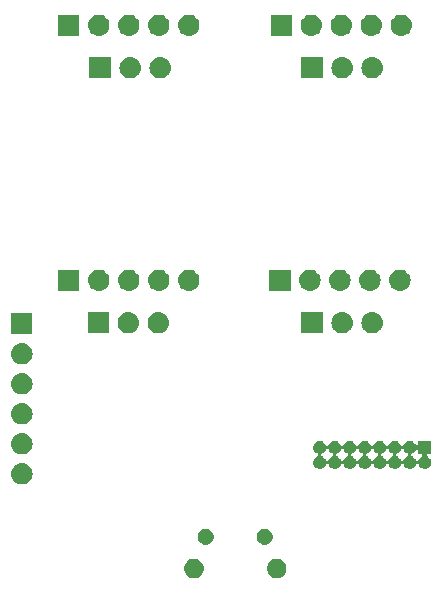
<source format=gbr>
G04 #@! TF.GenerationSoftware,KiCad,Pcbnew,(5.1.2)-1*
G04 #@! TF.CreationDate,2020-05-27T18:22:03+09:00*
G04 #@! TF.ProjectId,i2s,6932732e-6b69-4636-9164-5f7063625858,v1.1*
G04 #@! TF.SameCoordinates,Original*
G04 #@! TF.FileFunction,Soldermask,Bot*
G04 #@! TF.FilePolarity,Negative*
%FSLAX46Y46*%
G04 Gerber Fmt 4.6, Leading zero omitted, Abs format (unit mm)*
G04 Created by KiCad (PCBNEW (5.1.2)-1) date 2020-05-27 18:22:03*
%MOMM*%
%LPD*%
G04 APERTURE LIST*
%ADD10C,0.100000*%
G04 APERTURE END LIST*
D10*
G36*
X123701248Y-147879976D02*
G01*
X123761924Y-147885952D01*
X123917626Y-147933184D01*
X123917628Y-147933185D01*
X124061121Y-148009883D01*
X124186896Y-148113104D01*
X124290117Y-148238879D01*
X124366815Y-148382372D01*
X124366816Y-148382374D01*
X124414048Y-148538076D01*
X124429996Y-148700000D01*
X124414048Y-148861924D01*
X124366816Y-149017626D01*
X124366815Y-149017628D01*
X124290117Y-149161121D01*
X124186896Y-149286896D01*
X124061121Y-149390117D01*
X123917628Y-149466815D01*
X123917626Y-149466816D01*
X123761924Y-149514048D01*
X123701248Y-149520024D01*
X123640574Y-149526000D01*
X123559426Y-149526000D01*
X123498752Y-149520024D01*
X123438076Y-149514048D01*
X123282374Y-149466816D01*
X123282372Y-149466815D01*
X123138879Y-149390117D01*
X123013104Y-149286896D01*
X122909883Y-149161121D01*
X122833185Y-149017628D01*
X122833184Y-149017626D01*
X122785952Y-148861924D01*
X122770004Y-148700000D01*
X122785952Y-148538076D01*
X122833184Y-148382374D01*
X122833185Y-148382372D01*
X122909883Y-148238879D01*
X123013104Y-148113104D01*
X123138879Y-148009883D01*
X123282372Y-147933185D01*
X123282374Y-147933184D01*
X123438076Y-147885952D01*
X123498752Y-147879976D01*
X123559426Y-147874000D01*
X123640574Y-147874000D01*
X123701248Y-147879976D01*
X123701248Y-147879976D01*
G37*
G36*
X116701248Y-147879976D02*
G01*
X116761924Y-147885952D01*
X116917626Y-147933184D01*
X116917628Y-147933185D01*
X117061121Y-148009883D01*
X117186896Y-148113104D01*
X117290117Y-148238879D01*
X117366815Y-148382372D01*
X117366816Y-148382374D01*
X117414048Y-148538076D01*
X117429996Y-148700000D01*
X117414048Y-148861924D01*
X117366816Y-149017626D01*
X117366815Y-149017628D01*
X117290117Y-149161121D01*
X117186896Y-149286896D01*
X117061121Y-149390117D01*
X116917628Y-149466815D01*
X116917626Y-149466816D01*
X116761924Y-149514048D01*
X116701248Y-149520024D01*
X116640574Y-149526000D01*
X116559426Y-149526000D01*
X116498752Y-149520024D01*
X116438076Y-149514048D01*
X116282374Y-149466816D01*
X116282372Y-149466815D01*
X116138879Y-149390117D01*
X116013104Y-149286896D01*
X115909883Y-149161121D01*
X115833185Y-149017628D01*
X115833184Y-149017626D01*
X115785952Y-148861924D01*
X115770004Y-148700000D01*
X115785952Y-148538076D01*
X115833184Y-148382374D01*
X115833185Y-148382372D01*
X115909883Y-148238879D01*
X116013104Y-148113104D01*
X116138879Y-148009883D01*
X116282372Y-147933185D01*
X116282374Y-147933184D01*
X116438076Y-147885952D01*
X116498752Y-147879976D01*
X116559426Y-147874000D01*
X116640574Y-147874000D01*
X116701248Y-147879976D01*
X116701248Y-147879976D01*
G37*
G36*
X117732517Y-145333781D02*
G01*
X117859946Y-145372436D01*
X117977383Y-145435208D01*
X118080317Y-145519683D01*
X118164792Y-145622617D01*
X118227564Y-145740054D01*
X118266219Y-145867483D01*
X118279270Y-146000000D01*
X118266219Y-146132517D01*
X118227564Y-146259946D01*
X118164792Y-146377383D01*
X118080317Y-146480317D01*
X117977383Y-146564792D01*
X117859946Y-146627564D01*
X117732517Y-146666219D01*
X117633205Y-146676000D01*
X117566795Y-146676000D01*
X117467483Y-146666219D01*
X117340054Y-146627564D01*
X117222617Y-146564792D01*
X117119683Y-146480317D01*
X117035208Y-146377383D01*
X116972436Y-146259946D01*
X116933781Y-146132517D01*
X116920730Y-146000000D01*
X116933781Y-145867483D01*
X116972436Y-145740054D01*
X117035208Y-145622617D01*
X117119683Y-145519683D01*
X117222617Y-145435208D01*
X117340054Y-145372436D01*
X117467483Y-145333781D01*
X117566795Y-145324000D01*
X117633205Y-145324000D01*
X117732517Y-145333781D01*
X117732517Y-145333781D01*
G37*
G36*
X122732517Y-145333781D02*
G01*
X122859946Y-145372436D01*
X122977383Y-145435208D01*
X123080317Y-145519683D01*
X123164792Y-145622617D01*
X123227564Y-145740054D01*
X123266219Y-145867483D01*
X123279270Y-146000000D01*
X123266219Y-146132517D01*
X123227564Y-146259946D01*
X123164792Y-146377383D01*
X123080317Y-146480317D01*
X122977383Y-146564792D01*
X122859946Y-146627564D01*
X122732517Y-146666219D01*
X122633205Y-146676000D01*
X122566795Y-146676000D01*
X122467483Y-146666219D01*
X122340054Y-146627564D01*
X122222617Y-146564792D01*
X122119683Y-146480317D01*
X122035208Y-146377383D01*
X121972436Y-146259946D01*
X121933781Y-146132517D01*
X121920730Y-146000000D01*
X121933781Y-145867483D01*
X121972436Y-145740054D01*
X122035208Y-145622617D01*
X122119683Y-145519683D01*
X122222617Y-145435208D01*
X122340054Y-145372436D01*
X122467483Y-145333781D01*
X122566795Y-145324000D01*
X122633205Y-145324000D01*
X122732517Y-145333781D01*
X122732517Y-145333781D01*
G37*
G36*
X102140443Y-139775519D02*
G01*
X102206627Y-139782037D01*
X102376466Y-139833557D01*
X102532991Y-139917222D01*
X102568729Y-139946552D01*
X102670186Y-140029814D01*
X102720810Y-140091501D01*
X102782778Y-140167009D01*
X102866443Y-140323534D01*
X102917963Y-140493373D01*
X102935359Y-140670000D01*
X102917963Y-140846627D01*
X102866443Y-141016466D01*
X102782778Y-141172991D01*
X102753448Y-141208729D01*
X102670186Y-141310186D01*
X102568729Y-141393448D01*
X102532991Y-141422778D01*
X102376466Y-141506443D01*
X102206627Y-141557963D01*
X102140443Y-141564481D01*
X102074260Y-141571000D01*
X101985740Y-141571000D01*
X101919557Y-141564481D01*
X101853373Y-141557963D01*
X101683534Y-141506443D01*
X101527009Y-141422778D01*
X101491271Y-141393448D01*
X101389814Y-141310186D01*
X101306552Y-141208729D01*
X101277222Y-141172991D01*
X101193557Y-141016466D01*
X101142037Y-140846627D01*
X101124641Y-140670000D01*
X101142037Y-140493373D01*
X101193557Y-140323534D01*
X101277222Y-140167009D01*
X101339190Y-140091501D01*
X101389814Y-140029814D01*
X101491271Y-139946552D01*
X101527009Y-139917222D01*
X101683534Y-139833557D01*
X101853373Y-139782037D01*
X101919557Y-139775519D01*
X101985740Y-139769000D01*
X102074260Y-139769000D01*
X102140443Y-139775519D01*
X102140443Y-139775519D01*
G37*
G36*
X127368015Y-137886973D02*
G01*
X127471879Y-137918479D01*
X127499055Y-137933005D01*
X127567600Y-137969643D01*
X127651501Y-138038499D01*
X127720357Y-138122400D01*
X127731662Y-138143551D01*
X127771521Y-138218121D01*
X127775388Y-138230869D01*
X127784760Y-138253496D01*
X127798374Y-138273870D01*
X127815701Y-138291197D01*
X127836075Y-138304811D01*
X127858714Y-138314188D01*
X127882747Y-138318969D01*
X127907251Y-138318969D01*
X127931285Y-138314189D01*
X127953924Y-138304812D01*
X127974298Y-138291198D01*
X127991625Y-138273871D01*
X128005239Y-138253497D01*
X128014612Y-138230869D01*
X128018479Y-138218121D01*
X128058338Y-138143551D01*
X128069643Y-138122400D01*
X128138499Y-138038499D01*
X128222400Y-137969643D01*
X128290945Y-137933005D01*
X128318121Y-137918479D01*
X128421985Y-137886973D01*
X128502933Y-137879000D01*
X128557067Y-137879000D01*
X128638015Y-137886973D01*
X128741879Y-137918479D01*
X128769055Y-137933005D01*
X128837600Y-137969643D01*
X128921501Y-138038499D01*
X128990357Y-138122400D01*
X129001662Y-138143551D01*
X129041521Y-138218121D01*
X129045388Y-138230869D01*
X129054760Y-138253496D01*
X129068374Y-138273870D01*
X129085701Y-138291197D01*
X129106075Y-138304811D01*
X129128714Y-138314188D01*
X129152747Y-138318969D01*
X129177251Y-138318969D01*
X129201285Y-138314189D01*
X129223924Y-138304812D01*
X129244298Y-138291198D01*
X129261625Y-138273871D01*
X129275239Y-138253497D01*
X129284612Y-138230869D01*
X129288479Y-138218121D01*
X129328338Y-138143551D01*
X129339643Y-138122400D01*
X129408499Y-138038499D01*
X129492400Y-137969643D01*
X129560945Y-137933005D01*
X129588121Y-137918479D01*
X129691985Y-137886973D01*
X129772933Y-137879000D01*
X129827067Y-137879000D01*
X129908015Y-137886973D01*
X130011879Y-137918479D01*
X130039055Y-137933005D01*
X130107600Y-137969643D01*
X130191501Y-138038499D01*
X130260357Y-138122400D01*
X130271662Y-138143551D01*
X130311521Y-138218121D01*
X130315388Y-138230869D01*
X130324760Y-138253496D01*
X130338374Y-138273870D01*
X130355701Y-138291197D01*
X130376075Y-138304811D01*
X130398714Y-138314188D01*
X130422747Y-138318969D01*
X130447251Y-138318969D01*
X130471285Y-138314189D01*
X130493924Y-138304812D01*
X130514298Y-138291198D01*
X130531625Y-138273871D01*
X130545239Y-138253497D01*
X130554612Y-138230869D01*
X130558479Y-138218121D01*
X130598338Y-138143551D01*
X130609643Y-138122400D01*
X130678499Y-138038499D01*
X130762400Y-137969643D01*
X130830945Y-137933005D01*
X130858121Y-137918479D01*
X130961985Y-137886973D01*
X131042933Y-137879000D01*
X131097067Y-137879000D01*
X131178015Y-137886973D01*
X131281879Y-137918479D01*
X131309055Y-137933005D01*
X131377600Y-137969643D01*
X131461501Y-138038499D01*
X131530357Y-138122400D01*
X131541662Y-138143551D01*
X131581521Y-138218121D01*
X131585388Y-138230869D01*
X131594760Y-138253496D01*
X131608374Y-138273870D01*
X131625701Y-138291197D01*
X131646075Y-138304811D01*
X131668714Y-138314188D01*
X131692747Y-138318969D01*
X131717251Y-138318969D01*
X131741285Y-138314189D01*
X131763924Y-138304812D01*
X131784298Y-138291198D01*
X131801625Y-138273871D01*
X131815239Y-138253497D01*
X131824612Y-138230869D01*
X131828479Y-138218121D01*
X131868338Y-138143551D01*
X131879643Y-138122400D01*
X131948499Y-138038499D01*
X132032400Y-137969643D01*
X132100945Y-137933005D01*
X132128121Y-137918479D01*
X132231985Y-137886973D01*
X132312933Y-137879000D01*
X132367067Y-137879000D01*
X132448015Y-137886973D01*
X132551879Y-137918479D01*
X132579055Y-137933005D01*
X132647600Y-137969643D01*
X132731501Y-138038499D01*
X132800357Y-138122400D01*
X132811662Y-138143551D01*
X132851521Y-138218121D01*
X132855388Y-138230869D01*
X132864760Y-138253496D01*
X132878374Y-138273870D01*
X132895701Y-138291197D01*
X132916075Y-138304811D01*
X132938714Y-138314188D01*
X132962747Y-138318969D01*
X132987251Y-138318969D01*
X133011285Y-138314189D01*
X133033924Y-138304812D01*
X133054298Y-138291198D01*
X133071625Y-138273871D01*
X133085239Y-138253497D01*
X133094612Y-138230869D01*
X133098479Y-138218121D01*
X133138338Y-138143551D01*
X133149643Y-138122400D01*
X133218499Y-138038499D01*
X133302400Y-137969643D01*
X133370945Y-137933005D01*
X133398121Y-137918479D01*
X133501985Y-137886973D01*
X133582933Y-137879000D01*
X133637067Y-137879000D01*
X133718015Y-137886973D01*
X133821879Y-137918479D01*
X133849055Y-137933005D01*
X133917600Y-137969643D01*
X134001501Y-138038499D01*
X134070357Y-138122400D01*
X134081662Y-138143551D01*
X134121521Y-138218121D01*
X134125388Y-138230869D01*
X134134760Y-138253496D01*
X134148374Y-138273870D01*
X134165701Y-138291197D01*
X134186075Y-138304811D01*
X134208714Y-138314188D01*
X134232747Y-138318969D01*
X134257251Y-138318969D01*
X134281285Y-138314189D01*
X134303924Y-138304812D01*
X134324298Y-138291198D01*
X134341625Y-138273871D01*
X134355239Y-138253497D01*
X134364612Y-138230869D01*
X134368479Y-138218121D01*
X134408338Y-138143551D01*
X134419643Y-138122400D01*
X134488499Y-138038499D01*
X134572400Y-137969643D01*
X134640945Y-137933005D01*
X134668121Y-137918479D01*
X134771985Y-137886973D01*
X134852933Y-137879000D01*
X134907067Y-137879000D01*
X134988015Y-137886973D01*
X135091879Y-137918479D01*
X135119055Y-137933005D01*
X135187600Y-137969643D01*
X135271501Y-138038499D01*
X135340356Y-138122400D01*
X135363764Y-138166193D01*
X135377375Y-138186563D01*
X135394702Y-138203890D01*
X135415076Y-138217504D01*
X135437715Y-138226881D01*
X135461748Y-138231662D01*
X135486252Y-138231662D01*
X135510286Y-138226882D01*
X135532924Y-138217505D01*
X135553299Y-138203891D01*
X135570626Y-138186564D01*
X135584240Y-138166190D01*
X135593617Y-138143551D01*
X135598398Y-138119518D01*
X135599000Y-138107265D01*
X135599000Y-137879000D01*
X136701000Y-137879000D01*
X136701000Y-138981000D01*
X136472735Y-138981000D01*
X136448349Y-138983402D01*
X136424900Y-138990515D01*
X136403289Y-139002066D01*
X136384347Y-139017611D01*
X136368802Y-139036553D01*
X136357251Y-139058164D01*
X136350138Y-139081613D01*
X136347736Y-139105999D01*
X136350138Y-139130385D01*
X136357251Y-139153834D01*
X136368802Y-139175445D01*
X136384347Y-139194387D01*
X136403289Y-139209932D01*
X136413802Y-139216233D01*
X136457600Y-139239644D01*
X136457602Y-139239645D01*
X136457601Y-139239645D01*
X136541501Y-139308499D01*
X136610357Y-139392400D01*
X136646995Y-139460945D01*
X136661521Y-139488121D01*
X136693027Y-139591985D01*
X136703666Y-139700000D01*
X136693027Y-139808015D01*
X136661521Y-139911879D01*
X136658665Y-139917222D01*
X136610357Y-140007600D01*
X136541501Y-140091501D01*
X136457600Y-140160357D01*
X136389055Y-140196995D01*
X136361879Y-140211521D01*
X136258015Y-140243027D01*
X136177067Y-140251000D01*
X136122933Y-140251000D01*
X136041985Y-140243027D01*
X135938121Y-140211521D01*
X135910945Y-140196995D01*
X135842400Y-140160357D01*
X135758499Y-140091501D01*
X135689643Y-140007600D01*
X135641335Y-139917222D01*
X135638479Y-139911879D01*
X135634612Y-139899131D01*
X135625240Y-139876504D01*
X135611626Y-139856130D01*
X135594299Y-139838803D01*
X135573925Y-139825189D01*
X135551286Y-139815812D01*
X135527253Y-139811031D01*
X135502749Y-139811031D01*
X135478715Y-139815811D01*
X135456076Y-139825188D01*
X135435702Y-139838802D01*
X135418375Y-139856129D01*
X135404761Y-139876503D01*
X135395388Y-139899131D01*
X135391521Y-139911879D01*
X135388665Y-139917222D01*
X135340357Y-140007600D01*
X135271501Y-140091501D01*
X135187600Y-140160357D01*
X135119055Y-140196995D01*
X135091879Y-140211521D01*
X134988015Y-140243027D01*
X134907067Y-140251000D01*
X134852933Y-140251000D01*
X134771985Y-140243027D01*
X134668121Y-140211521D01*
X134640945Y-140196995D01*
X134572400Y-140160357D01*
X134488499Y-140091501D01*
X134419643Y-140007600D01*
X134371335Y-139917222D01*
X134368479Y-139911879D01*
X134364612Y-139899131D01*
X134355240Y-139876504D01*
X134341626Y-139856130D01*
X134324299Y-139838803D01*
X134303925Y-139825189D01*
X134281286Y-139815812D01*
X134257253Y-139811031D01*
X134232749Y-139811031D01*
X134208715Y-139815811D01*
X134186076Y-139825188D01*
X134165702Y-139838802D01*
X134148375Y-139856129D01*
X134134761Y-139876503D01*
X134125388Y-139899131D01*
X134121521Y-139911879D01*
X134118665Y-139917222D01*
X134070357Y-140007600D01*
X134001501Y-140091501D01*
X133917600Y-140160357D01*
X133849055Y-140196995D01*
X133821879Y-140211521D01*
X133718015Y-140243027D01*
X133637067Y-140251000D01*
X133582933Y-140251000D01*
X133501985Y-140243027D01*
X133398121Y-140211521D01*
X133370945Y-140196995D01*
X133302400Y-140160357D01*
X133218499Y-140091501D01*
X133149643Y-140007600D01*
X133101335Y-139917222D01*
X133098479Y-139911879D01*
X133094612Y-139899131D01*
X133085240Y-139876504D01*
X133071626Y-139856130D01*
X133054299Y-139838803D01*
X133033925Y-139825189D01*
X133011286Y-139815812D01*
X132987253Y-139811031D01*
X132962749Y-139811031D01*
X132938715Y-139815811D01*
X132916076Y-139825188D01*
X132895702Y-139838802D01*
X132878375Y-139856129D01*
X132864761Y-139876503D01*
X132855388Y-139899131D01*
X132851521Y-139911879D01*
X132848665Y-139917222D01*
X132800357Y-140007600D01*
X132731501Y-140091501D01*
X132647600Y-140160357D01*
X132579055Y-140196995D01*
X132551879Y-140211521D01*
X132448015Y-140243027D01*
X132367067Y-140251000D01*
X132312933Y-140251000D01*
X132231985Y-140243027D01*
X132128121Y-140211521D01*
X132100945Y-140196995D01*
X132032400Y-140160357D01*
X131948499Y-140091501D01*
X131879643Y-140007600D01*
X131831335Y-139917222D01*
X131828479Y-139911879D01*
X131824612Y-139899131D01*
X131815240Y-139876504D01*
X131801626Y-139856130D01*
X131784299Y-139838803D01*
X131763925Y-139825189D01*
X131741286Y-139815812D01*
X131717253Y-139811031D01*
X131692749Y-139811031D01*
X131668715Y-139815811D01*
X131646076Y-139825188D01*
X131625702Y-139838802D01*
X131608375Y-139856129D01*
X131594761Y-139876503D01*
X131585388Y-139899131D01*
X131581521Y-139911879D01*
X131578665Y-139917222D01*
X131530357Y-140007600D01*
X131461501Y-140091501D01*
X131377600Y-140160357D01*
X131309055Y-140196995D01*
X131281879Y-140211521D01*
X131178015Y-140243027D01*
X131097067Y-140251000D01*
X131042933Y-140251000D01*
X130961985Y-140243027D01*
X130858121Y-140211521D01*
X130830945Y-140196995D01*
X130762400Y-140160357D01*
X130678499Y-140091501D01*
X130609643Y-140007600D01*
X130561335Y-139917222D01*
X130558479Y-139911879D01*
X130554612Y-139899131D01*
X130545240Y-139876504D01*
X130531626Y-139856130D01*
X130514299Y-139838803D01*
X130493925Y-139825189D01*
X130471286Y-139815812D01*
X130447253Y-139811031D01*
X130422749Y-139811031D01*
X130398715Y-139815811D01*
X130376076Y-139825188D01*
X130355702Y-139838802D01*
X130338375Y-139856129D01*
X130324761Y-139876503D01*
X130315388Y-139899131D01*
X130311521Y-139911879D01*
X130308665Y-139917222D01*
X130260357Y-140007600D01*
X130191501Y-140091501D01*
X130107600Y-140160357D01*
X130039055Y-140196995D01*
X130011879Y-140211521D01*
X129908015Y-140243027D01*
X129827067Y-140251000D01*
X129772933Y-140251000D01*
X129691985Y-140243027D01*
X129588121Y-140211521D01*
X129560945Y-140196995D01*
X129492400Y-140160357D01*
X129408499Y-140091501D01*
X129339643Y-140007600D01*
X129291335Y-139917222D01*
X129288479Y-139911879D01*
X129284612Y-139899131D01*
X129275240Y-139876504D01*
X129261626Y-139856130D01*
X129244299Y-139838803D01*
X129223925Y-139825189D01*
X129201286Y-139815812D01*
X129177253Y-139811031D01*
X129152749Y-139811031D01*
X129128715Y-139815811D01*
X129106076Y-139825188D01*
X129085702Y-139838802D01*
X129068375Y-139856129D01*
X129054761Y-139876503D01*
X129045388Y-139899131D01*
X129041521Y-139911879D01*
X129038665Y-139917222D01*
X128990357Y-140007600D01*
X128921501Y-140091501D01*
X128837600Y-140160357D01*
X128769055Y-140196995D01*
X128741879Y-140211521D01*
X128638015Y-140243027D01*
X128557067Y-140251000D01*
X128502933Y-140251000D01*
X128421985Y-140243027D01*
X128318121Y-140211521D01*
X128290945Y-140196995D01*
X128222400Y-140160357D01*
X128138499Y-140091501D01*
X128069643Y-140007600D01*
X128021335Y-139917222D01*
X128018479Y-139911879D01*
X128014612Y-139899131D01*
X128005240Y-139876504D01*
X127991626Y-139856130D01*
X127974299Y-139838803D01*
X127953925Y-139825189D01*
X127931286Y-139815812D01*
X127907253Y-139811031D01*
X127882749Y-139811031D01*
X127858715Y-139815811D01*
X127836076Y-139825188D01*
X127815702Y-139838802D01*
X127798375Y-139856129D01*
X127784761Y-139876503D01*
X127775388Y-139899131D01*
X127771521Y-139911879D01*
X127768665Y-139917222D01*
X127720357Y-140007600D01*
X127651501Y-140091501D01*
X127567600Y-140160357D01*
X127499055Y-140196995D01*
X127471879Y-140211521D01*
X127368015Y-140243027D01*
X127287067Y-140251000D01*
X127232933Y-140251000D01*
X127151985Y-140243027D01*
X127048121Y-140211521D01*
X127020945Y-140196995D01*
X126952400Y-140160357D01*
X126868499Y-140091501D01*
X126799643Y-140007600D01*
X126751335Y-139917222D01*
X126748479Y-139911879D01*
X126716973Y-139808015D01*
X126706334Y-139700000D01*
X126716973Y-139591985D01*
X126748479Y-139488121D01*
X126763005Y-139460945D01*
X126799643Y-139392400D01*
X126868499Y-139308499D01*
X126952400Y-139239643D01*
X127021656Y-139202625D01*
X127048121Y-139188479D01*
X127060869Y-139184612D01*
X127083496Y-139175240D01*
X127103870Y-139161626D01*
X127121197Y-139144299D01*
X127134811Y-139123925D01*
X127144188Y-139101286D01*
X127148969Y-139077253D01*
X127148969Y-139052749D01*
X127148969Y-139052747D01*
X127371031Y-139052747D01*
X127371031Y-139077251D01*
X127375811Y-139101285D01*
X127385188Y-139123924D01*
X127398802Y-139144298D01*
X127416129Y-139161625D01*
X127436503Y-139175239D01*
X127459131Y-139184612D01*
X127471879Y-139188479D01*
X127498344Y-139202625D01*
X127567600Y-139239643D01*
X127651501Y-139308499D01*
X127720357Y-139392400D01*
X127756995Y-139460945D01*
X127771521Y-139488121D01*
X127775388Y-139500869D01*
X127784760Y-139523496D01*
X127798374Y-139543870D01*
X127815701Y-139561197D01*
X127836075Y-139574811D01*
X127858714Y-139584188D01*
X127882747Y-139588969D01*
X127907251Y-139588969D01*
X127931285Y-139584189D01*
X127953924Y-139574812D01*
X127974298Y-139561198D01*
X127991625Y-139543871D01*
X128005239Y-139523497D01*
X128014612Y-139500869D01*
X128018479Y-139488121D01*
X128033005Y-139460945D01*
X128069643Y-139392400D01*
X128138499Y-139308499D01*
X128222400Y-139239643D01*
X128291656Y-139202625D01*
X128318121Y-139188479D01*
X128330869Y-139184612D01*
X128353496Y-139175240D01*
X128373870Y-139161626D01*
X128391197Y-139144299D01*
X128404811Y-139123925D01*
X128414188Y-139101286D01*
X128418969Y-139077253D01*
X128418969Y-139052749D01*
X128418969Y-139052747D01*
X128641031Y-139052747D01*
X128641031Y-139077251D01*
X128645811Y-139101285D01*
X128655188Y-139123924D01*
X128668802Y-139144298D01*
X128686129Y-139161625D01*
X128706503Y-139175239D01*
X128729131Y-139184612D01*
X128741879Y-139188479D01*
X128768344Y-139202625D01*
X128837600Y-139239643D01*
X128921501Y-139308499D01*
X128990357Y-139392400D01*
X129026995Y-139460945D01*
X129041521Y-139488121D01*
X129045388Y-139500869D01*
X129054760Y-139523496D01*
X129068374Y-139543870D01*
X129085701Y-139561197D01*
X129106075Y-139574811D01*
X129128714Y-139584188D01*
X129152747Y-139588969D01*
X129177251Y-139588969D01*
X129201285Y-139584189D01*
X129223924Y-139574812D01*
X129244298Y-139561198D01*
X129261625Y-139543871D01*
X129275239Y-139523497D01*
X129284612Y-139500869D01*
X129288479Y-139488121D01*
X129303005Y-139460945D01*
X129339643Y-139392400D01*
X129408499Y-139308499D01*
X129492400Y-139239643D01*
X129561656Y-139202625D01*
X129588121Y-139188479D01*
X129600869Y-139184612D01*
X129623496Y-139175240D01*
X129643870Y-139161626D01*
X129661197Y-139144299D01*
X129674811Y-139123925D01*
X129684188Y-139101286D01*
X129688969Y-139077253D01*
X129688969Y-139052749D01*
X129688969Y-139052747D01*
X129911031Y-139052747D01*
X129911031Y-139077251D01*
X129915811Y-139101285D01*
X129925188Y-139123924D01*
X129938802Y-139144298D01*
X129956129Y-139161625D01*
X129976503Y-139175239D01*
X129999131Y-139184612D01*
X130011879Y-139188479D01*
X130038344Y-139202625D01*
X130107600Y-139239643D01*
X130191501Y-139308499D01*
X130260357Y-139392400D01*
X130296995Y-139460945D01*
X130311521Y-139488121D01*
X130315388Y-139500869D01*
X130324760Y-139523496D01*
X130338374Y-139543870D01*
X130355701Y-139561197D01*
X130376075Y-139574811D01*
X130398714Y-139584188D01*
X130422747Y-139588969D01*
X130447251Y-139588969D01*
X130471285Y-139584189D01*
X130493924Y-139574812D01*
X130514298Y-139561198D01*
X130531625Y-139543871D01*
X130545239Y-139523497D01*
X130554612Y-139500869D01*
X130558479Y-139488121D01*
X130573005Y-139460945D01*
X130609643Y-139392400D01*
X130678499Y-139308499D01*
X130762400Y-139239643D01*
X130831656Y-139202625D01*
X130858121Y-139188479D01*
X130870869Y-139184612D01*
X130893496Y-139175240D01*
X130913870Y-139161626D01*
X130931197Y-139144299D01*
X130944811Y-139123925D01*
X130954188Y-139101286D01*
X130958969Y-139077253D01*
X130958969Y-139052749D01*
X130958969Y-139052747D01*
X131181031Y-139052747D01*
X131181031Y-139077251D01*
X131185811Y-139101285D01*
X131195188Y-139123924D01*
X131208802Y-139144298D01*
X131226129Y-139161625D01*
X131246503Y-139175239D01*
X131269131Y-139184612D01*
X131281879Y-139188479D01*
X131308344Y-139202625D01*
X131377600Y-139239643D01*
X131461501Y-139308499D01*
X131530357Y-139392400D01*
X131566995Y-139460945D01*
X131581521Y-139488121D01*
X131585388Y-139500869D01*
X131594760Y-139523496D01*
X131608374Y-139543870D01*
X131625701Y-139561197D01*
X131646075Y-139574811D01*
X131668714Y-139584188D01*
X131692747Y-139588969D01*
X131717251Y-139588969D01*
X131741285Y-139584189D01*
X131763924Y-139574812D01*
X131784298Y-139561198D01*
X131801625Y-139543871D01*
X131815239Y-139523497D01*
X131824612Y-139500869D01*
X131828479Y-139488121D01*
X131843005Y-139460945D01*
X131879643Y-139392400D01*
X131948499Y-139308499D01*
X132032400Y-139239643D01*
X132101656Y-139202625D01*
X132128121Y-139188479D01*
X132140869Y-139184612D01*
X132163496Y-139175240D01*
X132183870Y-139161626D01*
X132201197Y-139144299D01*
X132214811Y-139123925D01*
X132224188Y-139101286D01*
X132228969Y-139077253D01*
X132228969Y-139052749D01*
X132228969Y-139052747D01*
X132451031Y-139052747D01*
X132451031Y-139077251D01*
X132455811Y-139101285D01*
X132465188Y-139123924D01*
X132478802Y-139144298D01*
X132496129Y-139161625D01*
X132516503Y-139175239D01*
X132539131Y-139184612D01*
X132551879Y-139188479D01*
X132578344Y-139202625D01*
X132647600Y-139239643D01*
X132731501Y-139308499D01*
X132800357Y-139392400D01*
X132836995Y-139460945D01*
X132851521Y-139488121D01*
X132855388Y-139500869D01*
X132864760Y-139523496D01*
X132878374Y-139543870D01*
X132895701Y-139561197D01*
X132916075Y-139574811D01*
X132938714Y-139584188D01*
X132962747Y-139588969D01*
X132987251Y-139588969D01*
X133011285Y-139584189D01*
X133033924Y-139574812D01*
X133054298Y-139561198D01*
X133071625Y-139543871D01*
X133085239Y-139523497D01*
X133094612Y-139500869D01*
X133098479Y-139488121D01*
X133113005Y-139460945D01*
X133149643Y-139392400D01*
X133218499Y-139308499D01*
X133302400Y-139239643D01*
X133371656Y-139202625D01*
X133398121Y-139188479D01*
X133410869Y-139184612D01*
X133433496Y-139175240D01*
X133453870Y-139161626D01*
X133471197Y-139144299D01*
X133484811Y-139123925D01*
X133494188Y-139101286D01*
X133498969Y-139077253D01*
X133498969Y-139052749D01*
X133498969Y-139052747D01*
X133721031Y-139052747D01*
X133721031Y-139077251D01*
X133725811Y-139101285D01*
X133735188Y-139123924D01*
X133748802Y-139144298D01*
X133766129Y-139161625D01*
X133786503Y-139175239D01*
X133809131Y-139184612D01*
X133821879Y-139188479D01*
X133848344Y-139202625D01*
X133917600Y-139239643D01*
X134001501Y-139308499D01*
X134070357Y-139392400D01*
X134106995Y-139460945D01*
X134121521Y-139488121D01*
X134125388Y-139500869D01*
X134134760Y-139523496D01*
X134148374Y-139543870D01*
X134165701Y-139561197D01*
X134186075Y-139574811D01*
X134208714Y-139584188D01*
X134232747Y-139588969D01*
X134257251Y-139588969D01*
X134281285Y-139584189D01*
X134303924Y-139574812D01*
X134324298Y-139561198D01*
X134341625Y-139543871D01*
X134355239Y-139523497D01*
X134364612Y-139500869D01*
X134368479Y-139488121D01*
X134383005Y-139460945D01*
X134419643Y-139392400D01*
X134488499Y-139308499D01*
X134572400Y-139239643D01*
X134641656Y-139202625D01*
X134668121Y-139188479D01*
X134680869Y-139184612D01*
X134703496Y-139175240D01*
X134723870Y-139161626D01*
X134741197Y-139144299D01*
X134754811Y-139123925D01*
X134764188Y-139101286D01*
X134768969Y-139077253D01*
X134768969Y-139052749D01*
X134768969Y-139052747D01*
X134991031Y-139052747D01*
X134991031Y-139077251D01*
X134995811Y-139101285D01*
X135005188Y-139123924D01*
X135018802Y-139144298D01*
X135036129Y-139161625D01*
X135056503Y-139175239D01*
X135079131Y-139184612D01*
X135091879Y-139188479D01*
X135118344Y-139202625D01*
X135187600Y-139239643D01*
X135271501Y-139308499D01*
X135340357Y-139392400D01*
X135376995Y-139460945D01*
X135391521Y-139488121D01*
X135395388Y-139500869D01*
X135404760Y-139523496D01*
X135418374Y-139543870D01*
X135435701Y-139561197D01*
X135456075Y-139574811D01*
X135478714Y-139584188D01*
X135502747Y-139588969D01*
X135527251Y-139588969D01*
X135551285Y-139584189D01*
X135573924Y-139574812D01*
X135594298Y-139561198D01*
X135611625Y-139543871D01*
X135625239Y-139523497D01*
X135634612Y-139500869D01*
X135638479Y-139488121D01*
X135653005Y-139460945D01*
X135689643Y-139392400D01*
X135758499Y-139308499D01*
X135842399Y-139239645D01*
X135842398Y-139239645D01*
X135842400Y-139239644D01*
X135886193Y-139216236D01*
X135906563Y-139202625D01*
X135923890Y-139185298D01*
X135937504Y-139164924D01*
X135946881Y-139142285D01*
X135951662Y-139118252D01*
X135951662Y-139093748D01*
X135946882Y-139069714D01*
X135937505Y-139047076D01*
X135923891Y-139026701D01*
X135906564Y-139009374D01*
X135886190Y-138995760D01*
X135863551Y-138986383D01*
X135839518Y-138981602D01*
X135827265Y-138981000D01*
X135599000Y-138981000D01*
X135599000Y-138752735D01*
X135596598Y-138728349D01*
X135589485Y-138704900D01*
X135577934Y-138683289D01*
X135562389Y-138664347D01*
X135543447Y-138648802D01*
X135521836Y-138637251D01*
X135498387Y-138630138D01*
X135474001Y-138627736D01*
X135449615Y-138630138D01*
X135426166Y-138637251D01*
X135404555Y-138648802D01*
X135385613Y-138664347D01*
X135370068Y-138683289D01*
X135363767Y-138693802D01*
X135340356Y-138737600D01*
X135340355Y-138737601D01*
X135271501Y-138821501D01*
X135187600Y-138890357D01*
X135119055Y-138926995D01*
X135091879Y-138941521D01*
X135079131Y-138945388D01*
X135056504Y-138954760D01*
X135036130Y-138968374D01*
X135018803Y-138985701D01*
X135005189Y-139006075D01*
X134995812Y-139028714D01*
X134991031Y-139052747D01*
X134768969Y-139052747D01*
X134764189Y-139028715D01*
X134754812Y-139006076D01*
X134741198Y-138985702D01*
X134723871Y-138968375D01*
X134703497Y-138954761D01*
X134680869Y-138945388D01*
X134668121Y-138941521D01*
X134640945Y-138926995D01*
X134572400Y-138890357D01*
X134488499Y-138821501D01*
X134419643Y-138737600D01*
X134380489Y-138664347D01*
X134368479Y-138641879D01*
X134364612Y-138629131D01*
X134355240Y-138606504D01*
X134341626Y-138586130D01*
X134324299Y-138568803D01*
X134303925Y-138555189D01*
X134281286Y-138545812D01*
X134257253Y-138541031D01*
X134232749Y-138541031D01*
X134208715Y-138545811D01*
X134186076Y-138555188D01*
X134165702Y-138568802D01*
X134148375Y-138586129D01*
X134134761Y-138606503D01*
X134125388Y-138629131D01*
X134121521Y-138641879D01*
X134109511Y-138664347D01*
X134070357Y-138737600D01*
X134001501Y-138821501D01*
X133917600Y-138890357D01*
X133849055Y-138926995D01*
X133821879Y-138941521D01*
X133809131Y-138945388D01*
X133786504Y-138954760D01*
X133766130Y-138968374D01*
X133748803Y-138985701D01*
X133735189Y-139006075D01*
X133725812Y-139028714D01*
X133721031Y-139052747D01*
X133498969Y-139052747D01*
X133494189Y-139028715D01*
X133484812Y-139006076D01*
X133471198Y-138985702D01*
X133453871Y-138968375D01*
X133433497Y-138954761D01*
X133410869Y-138945388D01*
X133398121Y-138941521D01*
X133370945Y-138926995D01*
X133302400Y-138890357D01*
X133218499Y-138821501D01*
X133149643Y-138737600D01*
X133110489Y-138664347D01*
X133098479Y-138641879D01*
X133094612Y-138629131D01*
X133085240Y-138606504D01*
X133071626Y-138586130D01*
X133054299Y-138568803D01*
X133033925Y-138555189D01*
X133011286Y-138545812D01*
X132987253Y-138541031D01*
X132962749Y-138541031D01*
X132938715Y-138545811D01*
X132916076Y-138555188D01*
X132895702Y-138568802D01*
X132878375Y-138586129D01*
X132864761Y-138606503D01*
X132855388Y-138629131D01*
X132851521Y-138641879D01*
X132839511Y-138664347D01*
X132800357Y-138737600D01*
X132731501Y-138821501D01*
X132647600Y-138890357D01*
X132579055Y-138926995D01*
X132551879Y-138941521D01*
X132539131Y-138945388D01*
X132516504Y-138954760D01*
X132496130Y-138968374D01*
X132478803Y-138985701D01*
X132465189Y-139006075D01*
X132455812Y-139028714D01*
X132451031Y-139052747D01*
X132228969Y-139052747D01*
X132224189Y-139028715D01*
X132214812Y-139006076D01*
X132201198Y-138985702D01*
X132183871Y-138968375D01*
X132163497Y-138954761D01*
X132140869Y-138945388D01*
X132128121Y-138941521D01*
X132100945Y-138926995D01*
X132032400Y-138890357D01*
X131948499Y-138821501D01*
X131879643Y-138737600D01*
X131840489Y-138664347D01*
X131828479Y-138641879D01*
X131824612Y-138629131D01*
X131815240Y-138606504D01*
X131801626Y-138586130D01*
X131784299Y-138568803D01*
X131763925Y-138555189D01*
X131741286Y-138545812D01*
X131717253Y-138541031D01*
X131692749Y-138541031D01*
X131668715Y-138545811D01*
X131646076Y-138555188D01*
X131625702Y-138568802D01*
X131608375Y-138586129D01*
X131594761Y-138606503D01*
X131585388Y-138629131D01*
X131581521Y-138641879D01*
X131569511Y-138664347D01*
X131530357Y-138737600D01*
X131461501Y-138821501D01*
X131377600Y-138890357D01*
X131309055Y-138926995D01*
X131281879Y-138941521D01*
X131269131Y-138945388D01*
X131246504Y-138954760D01*
X131226130Y-138968374D01*
X131208803Y-138985701D01*
X131195189Y-139006075D01*
X131185812Y-139028714D01*
X131181031Y-139052747D01*
X130958969Y-139052747D01*
X130954189Y-139028715D01*
X130944812Y-139006076D01*
X130931198Y-138985702D01*
X130913871Y-138968375D01*
X130893497Y-138954761D01*
X130870869Y-138945388D01*
X130858121Y-138941521D01*
X130830945Y-138926995D01*
X130762400Y-138890357D01*
X130678499Y-138821501D01*
X130609643Y-138737600D01*
X130570489Y-138664347D01*
X130558479Y-138641879D01*
X130554612Y-138629131D01*
X130545240Y-138606504D01*
X130531626Y-138586130D01*
X130514299Y-138568803D01*
X130493925Y-138555189D01*
X130471286Y-138545812D01*
X130447253Y-138541031D01*
X130422749Y-138541031D01*
X130398715Y-138545811D01*
X130376076Y-138555188D01*
X130355702Y-138568802D01*
X130338375Y-138586129D01*
X130324761Y-138606503D01*
X130315388Y-138629131D01*
X130311521Y-138641879D01*
X130299511Y-138664347D01*
X130260357Y-138737600D01*
X130191501Y-138821501D01*
X130107600Y-138890357D01*
X130039055Y-138926995D01*
X130011879Y-138941521D01*
X129999131Y-138945388D01*
X129976504Y-138954760D01*
X129956130Y-138968374D01*
X129938803Y-138985701D01*
X129925189Y-139006075D01*
X129915812Y-139028714D01*
X129911031Y-139052747D01*
X129688969Y-139052747D01*
X129684189Y-139028715D01*
X129674812Y-139006076D01*
X129661198Y-138985702D01*
X129643871Y-138968375D01*
X129623497Y-138954761D01*
X129600869Y-138945388D01*
X129588121Y-138941521D01*
X129560945Y-138926995D01*
X129492400Y-138890357D01*
X129408499Y-138821501D01*
X129339643Y-138737600D01*
X129300489Y-138664347D01*
X129288479Y-138641879D01*
X129284612Y-138629131D01*
X129275240Y-138606504D01*
X129261626Y-138586130D01*
X129244299Y-138568803D01*
X129223925Y-138555189D01*
X129201286Y-138545812D01*
X129177253Y-138541031D01*
X129152749Y-138541031D01*
X129128715Y-138545811D01*
X129106076Y-138555188D01*
X129085702Y-138568802D01*
X129068375Y-138586129D01*
X129054761Y-138606503D01*
X129045388Y-138629131D01*
X129041521Y-138641879D01*
X129029511Y-138664347D01*
X128990357Y-138737600D01*
X128921501Y-138821501D01*
X128837600Y-138890357D01*
X128769055Y-138926995D01*
X128741879Y-138941521D01*
X128729131Y-138945388D01*
X128706504Y-138954760D01*
X128686130Y-138968374D01*
X128668803Y-138985701D01*
X128655189Y-139006075D01*
X128645812Y-139028714D01*
X128641031Y-139052747D01*
X128418969Y-139052747D01*
X128414189Y-139028715D01*
X128404812Y-139006076D01*
X128391198Y-138985702D01*
X128373871Y-138968375D01*
X128353497Y-138954761D01*
X128330869Y-138945388D01*
X128318121Y-138941521D01*
X128290945Y-138926995D01*
X128222400Y-138890357D01*
X128138499Y-138821501D01*
X128069643Y-138737600D01*
X128030489Y-138664347D01*
X128018479Y-138641879D01*
X128014612Y-138629131D01*
X128005240Y-138606504D01*
X127991626Y-138586130D01*
X127974299Y-138568803D01*
X127953925Y-138555189D01*
X127931286Y-138545812D01*
X127907253Y-138541031D01*
X127882749Y-138541031D01*
X127858715Y-138545811D01*
X127836076Y-138555188D01*
X127815702Y-138568802D01*
X127798375Y-138586129D01*
X127784761Y-138606503D01*
X127775388Y-138629131D01*
X127771521Y-138641879D01*
X127759511Y-138664347D01*
X127720357Y-138737600D01*
X127651501Y-138821501D01*
X127567600Y-138890357D01*
X127499055Y-138926995D01*
X127471879Y-138941521D01*
X127459131Y-138945388D01*
X127436504Y-138954760D01*
X127416130Y-138968374D01*
X127398803Y-138985701D01*
X127385189Y-139006075D01*
X127375812Y-139028714D01*
X127371031Y-139052747D01*
X127148969Y-139052747D01*
X127144189Y-139028715D01*
X127134812Y-139006076D01*
X127121198Y-138985702D01*
X127103871Y-138968375D01*
X127083497Y-138954761D01*
X127060869Y-138945388D01*
X127048121Y-138941521D01*
X127020945Y-138926995D01*
X126952400Y-138890357D01*
X126868499Y-138821501D01*
X126799643Y-138737600D01*
X126760489Y-138664347D01*
X126748479Y-138641879D01*
X126716973Y-138538015D01*
X126706334Y-138430000D01*
X126716973Y-138321985D01*
X126748479Y-138218121D01*
X126788338Y-138143551D01*
X126799643Y-138122400D01*
X126868499Y-138038499D01*
X126952400Y-137969643D01*
X127020945Y-137933005D01*
X127048121Y-137918479D01*
X127151985Y-137886973D01*
X127232933Y-137879000D01*
X127287067Y-137879000D01*
X127368015Y-137886973D01*
X127368015Y-137886973D01*
G37*
G36*
X102140442Y-137235518D02*
G01*
X102206627Y-137242037D01*
X102376466Y-137293557D01*
X102532991Y-137377222D01*
X102568729Y-137406552D01*
X102670186Y-137489814D01*
X102753448Y-137591271D01*
X102782778Y-137627009D01*
X102866443Y-137783534D01*
X102917963Y-137953373D01*
X102935359Y-138130000D01*
X102917963Y-138306627D01*
X102866443Y-138476466D01*
X102782778Y-138632991D01*
X102775481Y-138641882D01*
X102670186Y-138770186D01*
X102568729Y-138853448D01*
X102532991Y-138882778D01*
X102376466Y-138966443D01*
X102206627Y-139017963D01*
X102140443Y-139024481D01*
X102074260Y-139031000D01*
X101985740Y-139031000D01*
X101919557Y-139024481D01*
X101853373Y-139017963D01*
X101683534Y-138966443D01*
X101527009Y-138882778D01*
X101491271Y-138853448D01*
X101389814Y-138770186D01*
X101284519Y-138641882D01*
X101277222Y-138632991D01*
X101193557Y-138476466D01*
X101142037Y-138306627D01*
X101124641Y-138130000D01*
X101142037Y-137953373D01*
X101193557Y-137783534D01*
X101277222Y-137627009D01*
X101306552Y-137591271D01*
X101389814Y-137489814D01*
X101491271Y-137406552D01*
X101527009Y-137377222D01*
X101683534Y-137293557D01*
X101853373Y-137242037D01*
X101919558Y-137235518D01*
X101985740Y-137229000D01*
X102074260Y-137229000D01*
X102140442Y-137235518D01*
X102140442Y-137235518D01*
G37*
G36*
X102140442Y-134695518D02*
G01*
X102206627Y-134702037D01*
X102376466Y-134753557D01*
X102532991Y-134837222D01*
X102568729Y-134866552D01*
X102670186Y-134949814D01*
X102753448Y-135051271D01*
X102782778Y-135087009D01*
X102866443Y-135243534D01*
X102917963Y-135413373D01*
X102935359Y-135590000D01*
X102917963Y-135766627D01*
X102866443Y-135936466D01*
X102782778Y-136092991D01*
X102753448Y-136128729D01*
X102670186Y-136230186D01*
X102568729Y-136313448D01*
X102532991Y-136342778D01*
X102376466Y-136426443D01*
X102206627Y-136477963D01*
X102140442Y-136484482D01*
X102074260Y-136491000D01*
X101985740Y-136491000D01*
X101919558Y-136484482D01*
X101853373Y-136477963D01*
X101683534Y-136426443D01*
X101527009Y-136342778D01*
X101491271Y-136313448D01*
X101389814Y-136230186D01*
X101306552Y-136128729D01*
X101277222Y-136092991D01*
X101193557Y-135936466D01*
X101142037Y-135766627D01*
X101124641Y-135590000D01*
X101142037Y-135413373D01*
X101193557Y-135243534D01*
X101277222Y-135087009D01*
X101306552Y-135051271D01*
X101389814Y-134949814D01*
X101491271Y-134866552D01*
X101527009Y-134837222D01*
X101683534Y-134753557D01*
X101853373Y-134702037D01*
X101919558Y-134695518D01*
X101985740Y-134689000D01*
X102074260Y-134689000D01*
X102140442Y-134695518D01*
X102140442Y-134695518D01*
G37*
G36*
X102140443Y-132155519D02*
G01*
X102206627Y-132162037D01*
X102376466Y-132213557D01*
X102532991Y-132297222D01*
X102568729Y-132326552D01*
X102670186Y-132409814D01*
X102753448Y-132511271D01*
X102782778Y-132547009D01*
X102866443Y-132703534D01*
X102917963Y-132873373D01*
X102935359Y-133050000D01*
X102917963Y-133226627D01*
X102866443Y-133396466D01*
X102782778Y-133552991D01*
X102753448Y-133588729D01*
X102670186Y-133690186D01*
X102568729Y-133773448D01*
X102532991Y-133802778D01*
X102376466Y-133886443D01*
X102206627Y-133937963D01*
X102140442Y-133944482D01*
X102074260Y-133951000D01*
X101985740Y-133951000D01*
X101919558Y-133944482D01*
X101853373Y-133937963D01*
X101683534Y-133886443D01*
X101527009Y-133802778D01*
X101491271Y-133773448D01*
X101389814Y-133690186D01*
X101306552Y-133588729D01*
X101277222Y-133552991D01*
X101193557Y-133396466D01*
X101142037Y-133226627D01*
X101124641Y-133050000D01*
X101142037Y-132873373D01*
X101193557Y-132703534D01*
X101277222Y-132547009D01*
X101306552Y-132511271D01*
X101389814Y-132409814D01*
X101491271Y-132326552D01*
X101527009Y-132297222D01*
X101683534Y-132213557D01*
X101853373Y-132162037D01*
X101919557Y-132155519D01*
X101985740Y-132149000D01*
X102074260Y-132149000D01*
X102140443Y-132155519D01*
X102140443Y-132155519D01*
G37*
G36*
X102140442Y-129615518D02*
G01*
X102206627Y-129622037D01*
X102376466Y-129673557D01*
X102532991Y-129757222D01*
X102568729Y-129786552D01*
X102670186Y-129869814D01*
X102753448Y-129971271D01*
X102782778Y-130007009D01*
X102866443Y-130163534D01*
X102917963Y-130333373D01*
X102935359Y-130510000D01*
X102917963Y-130686627D01*
X102866443Y-130856466D01*
X102782778Y-131012991D01*
X102753448Y-131048729D01*
X102670186Y-131150186D01*
X102568729Y-131233448D01*
X102532991Y-131262778D01*
X102376466Y-131346443D01*
X102206627Y-131397963D01*
X102140443Y-131404481D01*
X102074260Y-131411000D01*
X101985740Y-131411000D01*
X101919557Y-131404481D01*
X101853373Y-131397963D01*
X101683534Y-131346443D01*
X101527009Y-131262778D01*
X101491271Y-131233448D01*
X101389814Y-131150186D01*
X101306552Y-131048729D01*
X101277222Y-131012991D01*
X101193557Y-130856466D01*
X101142037Y-130686627D01*
X101124641Y-130510000D01*
X101142037Y-130333373D01*
X101193557Y-130163534D01*
X101277222Y-130007009D01*
X101306552Y-129971271D01*
X101389814Y-129869814D01*
X101491271Y-129786552D01*
X101527009Y-129757222D01*
X101683534Y-129673557D01*
X101853373Y-129622037D01*
X101919558Y-129615518D01*
X101985740Y-129609000D01*
X102074260Y-129609000D01*
X102140442Y-129615518D01*
X102140442Y-129615518D01*
G37*
G36*
X102931000Y-128871000D02*
G01*
X101129000Y-128871000D01*
X101129000Y-127069000D01*
X102931000Y-127069000D01*
X102931000Y-128871000D01*
X102931000Y-128871000D01*
G37*
G36*
X111150442Y-127005518D02*
G01*
X111216627Y-127012037D01*
X111386466Y-127063557D01*
X111542991Y-127147222D01*
X111578729Y-127176552D01*
X111680186Y-127259814D01*
X111763448Y-127361271D01*
X111792778Y-127397009D01*
X111876443Y-127553534D01*
X111927963Y-127723373D01*
X111945359Y-127900000D01*
X111927963Y-128076627D01*
X111876443Y-128246466D01*
X111792778Y-128402991D01*
X111763448Y-128438729D01*
X111680186Y-128540186D01*
X111578729Y-128623448D01*
X111542991Y-128652778D01*
X111386466Y-128736443D01*
X111216627Y-128787963D01*
X111150442Y-128794482D01*
X111084260Y-128801000D01*
X110995740Y-128801000D01*
X110929558Y-128794482D01*
X110863373Y-128787963D01*
X110693534Y-128736443D01*
X110537009Y-128652778D01*
X110501271Y-128623448D01*
X110399814Y-128540186D01*
X110316552Y-128438729D01*
X110287222Y-128402991D01*
X110203557Y-128246466D01*
X110152037Y-128076627D01*
X110134641Y-127900000D01*
X110152037Y-127723373D01*
X110203557Y-127553534D01*
X110287222Y-127397009D01*
X110316552Y-127361271D01*
X110399814Y-127259814D01*
X110501271Y-127176552D01*
X110537009Y-127147222D01*
X110693534Y-127063557D01*
X110863373Y-127012037D01*
X110929558Y-127005518D01*
X110995740Y-126999000D01*
X111084260Y-126999000D01*
X111150442Y-127005518D01*
X111150442Y-127005518D01*
G37*
G36*
X109401000Y-128801000D02*
G01*
X107599000Y-128801000D01*
X107599000Y-126999000D01*
X109401000Y-126999000D01*
X109401000Y-128801000D01*
X109401000Y-128801000D01*
G37*
G36*
X113690442Y-127005518D02*
G01*
X113756627Y-127012037D01*
X113926466Y-127063557D01*
X114082991Y-127147222D01*
X114118729Y-127176552D01*
X114220186Y-127259814D01*
X114303448Y-127361271D01*
X114332778Y-127397009D01*
X114416443Y-127553534D01*
X114467963Y-127723373D01*
X114485359Y-127900000D01*
X114467963Y-128076627D01*
X114416443Y-128246466D01*
X114332778Y-128402991D01*
X114303448Y-128438729D01*
X114220186Y-128540186D01*
X114118729Y-128623448D01*
X114082991Y-128652778D01*
X113926466Y-128736443D01*
X113756627Y-128787963D01*
X113690442Y-128794482D01*
X113624260Y-128801000D01*
X113535740Y-128801000D01*
X113469558Y-128794482D01*
X113403373Y-128787963D01*
X113233534Y-128736443D01*
X113077009Y-128652778D01*
X113041271Y-128623448D01*
X112939814Y-128540186D01*
X112856552Y-128438729D01*
X112827222Y-128402991D01*
X112743557Y-128246466D01*
X112692037Y-128076627D01*
X112674641Y-127900000D01*
X112692037Y-127723373D01*
X112743557Y-127553534D01*
X112827222Y-127397009D01*
X112856552Y-127361271D01*
X112939814Y-127259814D01*
X113041271Y-127176552D01*
X113077009Y-127147222D01*
X113233534Y-127063557D01*
X113403373Y-127012037D01*
X113469558Y-127005518D01*
X113535740Y-126999000D01*
X113624260Y-126999000D01*
X113690442Y-127005518D01*
X113690442Y-127005518D01*
G37*
G36*
X129250442Y-127005518D02*
G01*
X129316627Y-127012037D01*
X129486466Y-127063557D01*
X129642991Y-127147222D01*
X129678729Y-127176552D01*
X129780186Y-127259814D01*
X129863448Y-127361271D01*
X129892778Y-127397009D01*
X129976443Y-127553534D01*
X130027963Y-127723373D01*
X130045359Y-127900000D01*
X130027963Y-128076627D01*
X129976443Y-128246466D01*
X129892778Y-128402991D01*
X129863448Y-128438729D01*
X129780186Y-128540186D01*
X129678729Y-128623448D01*
X129642991Y-128652778D01*
X129486466Y-128736443D01*
X129316627Y-128787963D01*
X129250442Y-128794482D01*
X129184260Y-128801000D01*
X129095740Y-128801000D01*
X129029558Y-128794482D01*
X128963373Y-128787963D01*
X128793534Y-128736443D01*
X128637009Y-128652778D01*
X128601271Y-128623448D01*
X128499814Y-128540186D01*
X128416552Y-128438729D01*
X128387222Y-128402991D01*
X128303557Y-128246466D01*
X128252037Y-128076627D01*
X128234641Y-127900000D01*
X128252037Y-127723373D01*
X128303557Y-127553534D01*
X128387222Y-127397009D01*
X128416552Y-127361271D01*
X128499814Y-127259814D01*
X128601271Y-127176552D01*
X128637009Y-127147222D01*
X128793534Y-127063557D01*
X128963373Y-127012037D01*
X129029558Y-127005518D01*
X129095740Y-126999000D01*
X129184260Y-126999000D01*
X129250442Y-127005518D01*
X129250442Y-127005518D01*
G37*
G36*
X131790442Y-127005518D02*
G01*
X131856627Y-127012037D01*
X132026466Y-127063557D01*
X132182991Y-127147222D01*
X132218729Y-127176552D01*
X132320186Y-127259814D01*
X132403448Y-127361271D01*
X132432778Y-127397009D01*
X132516443Y-127553534D01*
X132567963Y-127723373D01*
X132585359Y-127900000D01*
X132567963Y-128076627D01*
X132516443Y-128246466D01*
X132432778Y-128402991D01*
X132403448Y-128438729D01*
X132320186Y-128540186D01*
X132218729Y-128623448D01*
X132182991Y-128652778D01*
X132026466Y-128736443D01*
X131856627Y-128787963D01*
X131790442Y-128794482D01*
X131724260Y-128801000D01*
X131635740Y-128801000D01*
X131569558Y-128794482D01*
X131503373Y-128787963D01*
X131333534Y-128736443D01*
X131177009Y-128652778D01*
X131141271Y-128623448D01*
X131039814Y-128540186D01*
X130956552Y-128438729D01*
X130927222Y-128402991D01*
X130843557Y-128246466D01*
X130792037Y-128076627D01*
X130774641Y-127900000D01*
X130792037Y-127723373D01*
X130843557Y-127553534D01*
X130927222Y-127397009D01*
X130956552Y-127361271D01*
X131039814Y-127259814D01*
X131141271Y-127176552D01*
X131177009Y-127147222D01*
X131333534Y-127063557D01*
X131503373Y-127012037D01*
X131569558Y-127005518D01*
X131635740Y-126999000D01*
X131724260Y-126999000D01*
X131790442Y-127005518D01*
X131790442Y-127005518D01*
G37*
G36*
X127501000Y-128801000D02*
G01*
X125699000Y-128801000D01*
X125699000Y-126999000D01*
X127501000Y-126999000D01*
X127501000Y-128801000D01*
X127501000Y-128801000D01*
G37*
G36*
X129070443Y-123405519D02*
G01*
X129136627Y-123412037D01*
X129306466Y-123463557D01*
X129462991Y-123547222D01*
X129498729Y-123576552D01*
X129600186Y-123659814D01*
X129683448Y-123761271D01*
X129712778Y-123797009D01*
X129796443Y-123953534D01*
X129847963Y-124123373D01*
X129865359Y-124300000D01*
X129847963Y-124476627D01*
X129796443Y-124646466D01*
X129712778Y-124802991D01*
X129683448Y-124838729D01*
X129600186Y-124940186D01*
X129498729Y-125023448D01*
X129462991Y-125052778D01*
X129306466Y-125136443D01*
X129136627Y-125187963D01*
X129070443Y-125194481D01*
X129004260Y-125201000D01*
X128915740Y-125201000D01*
X128849557Y-125194481D01*
X128783373Y-125187963D01*
X128613534Y-125136443D01*
X128457009Y-125052778D01*
X128421271Y-125023448D01*
X128319814Y-124940186D01*
X128236552Y-124838729D01*
X128207222Y-124802991D01*
X128123557Y-124646466D01*
X128072037Y-124476627D01*
X128054641Y-124300000D01*
X128072037Y-124123373D01*
X128123557Y-123953534D01*
X128207222Y-123797009D01*
X128236552Y-123761271D01*
X128319814Y-123659814D01*
X128421271Y-123576552D01*
X128457009Y-123547222D01*
X128613534Y-123463557D01*
X128783373Y-123412037D01*
X128849557Y-123405519D01*
X128915740Y-123399000D01*
X129004260Y-123399000D01*
X129070443Y-123405519D01*
X129070443Y-123405519D01*
G37*
G36*
X126530443Y-123405519D02*
G01*
X126596627Y-123412037D01*
X126766466Y-123463557D01*
X126922991Y-123547222D01*
X126958729Y-123576552D01*
X127060186Y-123659814D01*
X127143448Y-123761271D01*
X127172778Y-123797009D01*
X127256443Y-123953534D01*
X127307963Y-124123373D01*
X127325359Y-124300000D01*
X127307963Y-124476627D01*
X127256443Y-124646466D01*
X127172778Y-124802991D01*
X127143448Y-124838729D01*
X127060186Y-124940186D01*
X126958729Y-125023448D01*
X126922991Y-125052778D01*
X126766466Y-125136443D01*
X126596627Y-125187963D01*
X126530443Y-125194481D01*
X126464260Y-125201000D01*
X126375740Y-125201000D01*
X126309557Y-125194481D01*
X126243373Y-125187963D01*
X126073534Y-125136443D01*
X125917009Y-125052778D01*
X125881271Y-125023448D01*
X125779814Y-124940186D01*
X125696552Y-124838729D01*
X125667222Y-124802991D01*
X125583557Y-124646466D01*
X125532037Y-124476627D01*
X125514641Y-124300000D01*
X125532037Y-124123373D01*
X125583557Y-123953534D01*
X125667222Y-123797009D01*
X125696552Y-123761271D01*
X125779814Y-123659814D01*
X125881271Y-123576552D01*
X125917009Y-123547222D01*
X126073534Y-123463557D01*
X126243373Y-123412037D01*
X126309557Y-123405519D01*
X126375740Y-123399000D01*
X126464260Y-123399000D01*
X126530443Y-123405519D01*
X126530443Y-123405519D01*
G37*
G36*
X124781000Y-125201000D02*
G01*
X122979000Y-125201000D01*
X122979000Y-123399000D01*
X124781000Y-123399000D01*
X124781000Y-125201000D01*
X124781000Y-125201000D01*
G37*
G36*
X116270443Y-123405519D02*
G01*
X116336627Y-123412037D01*
X116506466Y-123463557D01*
X116662991Y-123547222D01*
X116698729Y-123576552D01*
X116800186Y-123659814D01*
X116883448Y-123761271D01*
X116912778Y-123797009D01*
X116996443Y-123953534D01*
X117047963Y-124123373D01*
X117065359Y-124300000D01*
X117047963Y-124476627D01*
X116996443Y-124646466D01*
X116912778Y-124802991D01*
X116883448Y-124838729D01*
X116800186Y-124940186D01*
X116698729Y-125023448D01*
X116662991Y-125052778D01*
X116506466Y-125136443D01*
X116336627Y-125187963D01*
X116270443Y-125194481D01*
X116204260Y-125201000D01*
X116115740Y-125201000D01*
X116049557Y-125194481D01*
X115983373Y-125187963D01*
X115813534Y-125136443D01*
X115657009Y-125052778D01*
X115621271Y-125023448D01*
X115519814Y-124940186D01*
X115436552Y-124838729D01*
X115407222Y-124802991D01*
X115323557Y-124646466D01*
X115272037Y-124476627D01*
X115254641Y-124300000D01*
X115272037Y-124123373D01*
X115323557Y-123953534D01*
X115407222Y-123797009D01*
X115436552Y-123761271D01*
X115519814Y-123659814D01*
X115621271Y-123576552D01*
X115657009Y-123547222D01*
X115813534Y-123463557D01*
X115983373Y-123412037D01*
X116049557Y-123405519D01*
X116115740Y-123399000D01*
X116204260Y-123399000D01*
X116270443Y-123405519D01*
X116270443Y-123405519D01*
G37*
G36*
X113730443Y-123405519D02*
G01*
X113796627Y-123412037D01*
X113966466Y-123463557D01*
X114122991Y-123547222D01*
X114158729Y-123576552D01*
X114260186Y-123659814D01*
X114343448Y-123761271D01*
X114372778Y-123797009D01*
X114456443Y-123953534D01*
X114507963Y-124123373D01*
X114525359Y-124300000D01*
X114507963Y-124476627D01*
X114456443Y-124646466D01*
X114372778Y-124802991D01*
X114343448Y-124838729D01*
X114260186Y-124940186D01*
X114158729Y-125023448D01*
X114122991Y-125052778D01*
X113966466Y-125136443D01*
X113796627Y-125187963D01*
X113730443Y-125194481D01*
X113664260Y-125201000D01*
X113575740Y-125201000D01*
X113509557Y-125194481D01*
X113443373Y-125187963D01*
X113273534Y-125136443D01*
X113117009Y-125052778D01*
X113081271Y-125023448D01*
X112979814Y-124940186D01*
X112896552Y-124838729D01*
X112867222Y-124802991D01*
X112783557Y-124646466D01*
X112732037Y-124476627D01*
X112714641Y-124300000D01*
X112732037Y-124123373D01*
X112783557Y-123953534D01*
X112867222Y-123797009D01*
X112896552Y-123761271D01*
X112979814Y-123659814D01*
X113081271Y-123576552D01*
X113117009Y-123547222D01*
X113273534Y-123463557D01*
X113443373Y-123412037D01*
X113509557Y-123405519D01*
X113575740Y-123399000D01*
X113664260Y-123399000D01*
X113730443Y-123405519D01*
X113730443Y-123405519D01*
G37*
G36*
X111190443Y-123405519D02*
G01*
X111256627Y-123412037D01*
X111426466Y-123463557D01*
X111582991Y-123547222D01*
X111618729Y-123576552D01*
X111720186Y-123659814D01*
X111803448Y-123761271D01*
X111832778Y-123797009D01*
X111916443Y-123953534D01*
X111967963Y-124123373D01*
X111985359Y-124300000D01*
X111967963Y-124476627D01*
X111916443Y-124646466D01*
X111832778Y-124802991D01*
X111803448Y-124838729D01*
X111720186Y-124940186D01*
X111618729Y-125023448D01*
X111582991Y-125052778D01*
X111426466Y-125136443D01*
X111256627Y-125187963D01*
X111190443Y-125194481D01*
X111124260Y-125201000D01*
X111035740Y-125201000D01*
X110969557Y-125194481D01*
X110903373Y-125187963D01*
X110733534Y-125136443D01*
X110577009Y-125052778D01*
X110541271Y-125023448D01*
X110439814Y-124940186D01*
X110356552Y-124838729D01*
X110327222Y-124802991D01*
X110243557Y-124646466D01*
X110192037Y-124476627D01*
X110174641Y-124300000D01*
X110192037Y-124123373D01*
X110243557Y-123953534D01*
X110327222Y-123797009D01*
X110356552Y-123761271D01*
X110439814Y-123659814D01*
X110541271Y-123576552D01*
X110577009Y-123547222D01*
X110733534Y-123463557D01*
X110903373Y-123412037D01*
X110969557Y-123405519D01*
X111035740Y-123399000D01*
X111124260Y-123399000D01*
X111190443Y-123405519D01*
X111190443Y-123405519D01*
G37*
G36*
X108650443Y-123405519D02*
G01*
X108716627Y-123412037D01*
X108886466Y-123463557D01*
X109042991Y-123547222D01*
X109078729Y-123576552D01*
X109180186Y-123659814D01*
X109263448Y-123761271D01*
X109292778Y-123797009D01*
X109376443Y-123953534D01*
X109427963Y-124123373D01*
X109445359Y-124300000D01*
X109427963Y-124476627D01*
X109376443Y-124646466D01*
X109292778Y-124802991D01*
X109263448Y-124838729D01*
X109180186Y-124940186D01*
X109078729Y-125023448D01*
X109042991Y-125052778D01*
X108886466Y-125136443D01*
X108716627Y-125187963D01*
X108650443Y-125194481D01*
X108584260Y-125201000D01*
X108495740Y-125201000D01*
X108429557Y-125194481D01*
X108363373Y-125187963D01*
X108193534Y-125136443D01*
X108037009Y-125052778D01*
X108001271Y-125023448D01*
X107899814Y-124940186D01*
X107816552Y-124838729D01*
X107787222Y-124802991D01*
X107703557Y-124646466D01*
X107652037Y-124476627D01*
X107634641Y-124300000D01*
X107652037Y-124123373D01*
X107703557Y-123953534D01*
X107787222Y-123797009D01*
X107816552Y-123761271D01*
X107899814Y-123659814D01*
X108001271Y-123576552D01*
X108037009Y-123547222D01*
X108193534Y-123463557D01*
X108363373Y-123412037D01*
X108429557Y-123405519D01*
X108495740Y-123399000D01*
X108584260Y-123399000D01*
X108650443Y-123405519D01*
X108650443Y-123405519D01*
G37*
G36*
X106901000Y-125201000D02*
G01*
X105099000Y-125201000D01*
X105099000Y-123399000D01*
X106901000Y-123399000D01*
X106901000Y-125201000D01*
X106901000Y-125201000D01*
G37*
G36*
X131610443Y-123405519D02*
G01*
X131676627Y-123412037D01*
X131846466Y-123463557D01*
X132002991Y-123547222D01*
X132038729Y-123576552D01*
X132140186Y-123659814D01*
X132223448Y-123761271D01*
X132252778Y-123797009D01*
X132336443Y-123953534D01*
X132387963Y-124123373D01*
X132405359Y-124300000D01*
X132387963Y-124476627D01*
X132336443Y-124646466D01*
X132252778Y-124802991D01*
X132223448Y-124838729D01*
X132140186Y-124940186D01*
X132038729Y-125023448D01*
X132002991Y-125052778D01*
X131846466Y-125136443D01*
X131676627Y-125187963D01*
X131610443Y-125194481D01*
X131544260Y-125201000D01*
X131455740Y-125201000D01*
X131389557Y-125194481D01*
X131323373Y-125187963D01*
X131153534Y-125136443D01*
X130997009Y-125052778D01*
X130961271Y-125023448D01*
X130859814Y-124940186D01*
X130776552Y-124838729D01*
X130747222Y-124802991D01*
X130663557Y-124646466D01*
X130612037Y-124476627D01*
X130594641Y-124300000D01*
X130612037Y-124123373D01*
X130663557Y-123953534D01*
X130747222Y-123797009D01*
X130776552Y-123761271D01*
X130859814Y-123659814D01*
X130961271Y-123576552D01*
X130997009Y-123547222D01*
X131153534Y-123463557D01*
X131323373Y-123412037D01*
X131389557Y-123405519D01*
X131455740Y-123399000D01*
X131544260Y-123399000D01*
X131610443Y-123405519D01*
X131610443Y-123405519D01*
G37*
G36*
X134150443Y-123405519D02*
G01*
X134216627Y-123412037D01*
X134386466Y-123463557D01*
X134542991Y-123547222D01*
X134578729Y-123576552D01*
X134680186Y-123659814D01*
X134763448Y-123761271D01*
X134792778Y-123797009D01*
X134876443Y-123953534D01*
X134927963Y-124123373D01*
X134945359Y-124300000D01*
X134927963Y-124476627D01*
X134876443Y-124646466D01*
X134792778Y-124802991D01*
X134763448Y-124838729D01*
X134680186Y-124940186D01*
X134578729Y-125023448D01*
X134542991Y-125052778D01*
X134386466Y-125136443D01*
X134216627Y-125187963D01*
X134150443Y-125194481D01*
X134084260Y-125201000D01*
X133995740Y-125201000D01*
X133929557Y-125194481D01*
X133863373Y-125187963D01*
X133693534Y-125136443D01*
X133537009Y-125052778D01*
X133501271Y-125023448D01*
X133399814Y-124940186D01*
X133316552Y-124838729D01*
X133287222Y-124802991D01*
X133203557Y-124646466D01*
X133152037Y-124476627D01*
X133134641Y-124300000D01*
X133152037Y-124123373D01*
X133203557Y-123953534D01*
X133287222Y-123797009D01*
X133316552Y-123761271D01*
X133399814Y-123659814D01*
X133501271Y-123576552D01*
X133537009Y-123547222D01*
X133693534Y-123463557D01*
X133863373Y-123412037D01*
X133929557Y-123405519D01*
X133995740Y-123399000D01*
X134084260Y-123399000D01*
X134150443Y-123405519D01*
X134150443Y-123405519D01*
G37*
G36*
X111310443Y-105405519D02*
G01*
X111376627Y-105412037D01*
X111546466Y-105463557D01*
X111702991Y-105547222D01*
X111738729Y-105576552D01*
X111840186Y-105659814D01*
X111923448Y-105761271D01*
X111952778Y-105797009D01*
X112036443Y-105953534D01*
X112087963Y-106123373D01*
X112105359Y-106300000D01*
X112087963Y-106476627D01*
X112036443Y-106646466D01*
X111952778Y-106802991D01*
X111923448Y-106838729D01*
X111840186Y-106940186D01*
X111738729Y-107023448D01*
X111702991Y-107052778D01*
X111546466Y-107136443D01*
X111376627Y-107187963D01*
X111310443Y-107194481D01*
X111244260Y-107201000D01*
X111155740Y-107201000D01*
X111089557Y-107194481D01*
X111023373Y-107187963D01*
X110853534Y-107136443D01*
X110697009Y-107052778D01*
X110661271Y-107023448D01*
X110559814Y-106940186D01*
X110476552Y-106838729D01*
X110447222Y-106802991D01*
X110363557Y-106646466D01*
X110312037Y-106476627D01*
X110294641Y-106300000D01*
X110312037Y-106123373D01*
X110363557Y-105953534D01*
X110447222Y-105797009D01*
X110476552Y-105761271D01*
X110559814Y-105659814D01*
X110661271Y-105576552D01*
X110697009Y-105547222D01*
X110853534Y-105463557D01*
X111023373Y-105412037D01*
X111089557Y-105405519D01*
X111155740Y-105399000D01*
X111244260Y-105399000D01*
X111310443Y-105405519D01*
X111310443Y-105405519D01*
G37*
G36*
X131790443Y-105405519D02*
G01*
X131856627Y-105412037D01*
X132026466Y-105463557D01*
X132182991Y-105547222D01*
X132218729Y-105576552D01*
X132320186Y-105659814D01*
X132403448Y-105761271D01*
X132432778Y-105797009D01*
X132516443Y-105953534D01*
X132567963Y-106123373D01*
X132585359Y-106300000D01*
X132567963Y-106476627D01*
X132516443Y-106646466D01*
X132432778Y-106802991D01*
X132403448Y-106838729D01*
X132320186Y-106940186D01*
X132218729Y-107023448D01*
X132182991Y-107052778D01*
X132026466Y-107136443D01*
X131856627Y-107187963D01*
X131790443Y-107194481D01*
X131724260Y-107201000D01*
X131635740Y-107201000D01*
X131569557Y-107194481D01*
X131503373Y-107187963D01*
X131333534Y-107136443D01*
X131177009Y-107052778D01*
X131141271Y-107023448D01*
X131039814Y-106940186D01*
X130956552Y-106838729D01*
X130927222Y-106802991D01*
X130843557Y-106646466D01*
X130792037Y-106476627D01*
X130774641Y-106300000D01*
X130792037Y-106123373D01*
X130843557Y-105953534D01*
X130927222Y-105797009D01*
X130956552Y-105761271D01*
X131039814Y-105659814D01*
X131141271Y-105576552D01*
X131177009Y-105547222D01*
X131333534Y-105463557D01*
X131503373Y-105412037D01*
X131569557Y-105405519D01*
X131635740Y-105399000D01*
X131724260Y-105399000D01*
X131790443Y-105405519D01*
X131790443Y-105405519D01*
G37*
G36*
X129250443Y-105405519D02*
G01*
X129316627Y-105412037D01*
X129486466Y-105463557D01*
X129642991Y-105547222D01*
X129678729Y-105576552D01*
X129780186Y-105659814D01*
X129863448Y-105761271D01*
X129892778Y-105797009D01*
X129976443Y-105953534D01*
X130027963Y-106123373D01*
X130045359Y-106300000D01*
X130027963Y-106476627D01*
X129976443Y-106646466D01*
X129892778Y-106802991D01*
X129863448Y-106838729D01*
X129780186Y-106940186D01*
X129678729Y-107023448D01*
X129642991Y-107052778D01*
X129486466Y-107136443D01*
X129316627Y-107187963D01*
X129250443Y-107194481D01*
X129184260Y-107201000D01*
X129095740Y-107201000D01*
X129029557Y-107194481D01*
X128963373Y-107187963D01*
X128793534Y-107136443D01*
X128637009Y-107052778D01*
X128601271Y-107023448D01*
X128499814Y-106940186D01*
X128416552Y-106838729D01*
X128387222Y-106802991D01*
X128303557Y-106646466D01*
X128252037Y-106476627D01*
X128234641Y-106300000D01*
X128252037Y-106123373D01*
X128303557Y-105953534D01*
X128387222Y-105797009D01*
X128416552Y-105761271D01*
X128499814Y-105659814D01*
X128601271Y-105576552D01*
X128637009Y-105547222D01*
X128793534Y-105463557D01*
X128963373Y-105412037D01*
X129029557Y-105405519D01*
X129095740Y-105399000D01*
X129184260Y-105399000D01*
X129250443Y-105405519D01*
X129250443Y-105405519D01*
G37*
G36*
X127501000Y-107201000D02*
G01*
X125699000Y-107201000D01*
X125699000Y-105399000D01*
X127501000Y-105399000D01*
X127501000Y-107201000D01*
X127501000Y-107201000D01*
G37*
G36*
X113850443Y-105405519D02*
G01*
X113916627Y-105412037D01*
X114086466Y-105463557D01*
X114242991Y-105547222D01*
X114278729Y-105576552D01*
X114380186Y-105659814D01*
X114463448Y-105761271D01*
X114492778Y-105797009D01*
X114576443Y-105953534D01*
X114627963Y-106123373D01*
X114645359Y-106300000D01*
X114627963Y-106476627D01*
X114576443Y-106646466D01*
X114492778Y-106802991D01*
X114463448Y-106838729D01*
X114380186Y-106940186D01*
X114278729Y-107023448D01*
X114242991Y-107052778D01*
X114086466Y-107136443D01*
X113916627Y-107187963D01*
X113850443Y-107194481D01*
X113784260Y-107201000D01*
X113695740Y-107201000D01*
X113629557Y-107194481D01*
X113563373Y-107187963D01*
X113393534Y-107136443D01*
X113237009Y-107052778D01*
X113201271Y-107023448D01*
X113099814Y-106940186D01*
X113016552Y-106838729D01*
X112987222Y-106802991D01*
X112903557Y-106646466D01*
X112852037Y-106476627D01*
X112834641Y-106300000D01*
X112852037Y-106123373D01*
X112903557Y-105953534D01*
X112987222Y-105797009D01*
X113016552Y-105761271D01*
X113099814Y-105659814D01*
X113201271Y-105576552D01*
X113237009Y-105547222D01*
X113393534Y-105463557D01*
X113563373Y-105412037D01*
X113629557Y-105405519D01*
X113695740Y-105399000D01*
X113784260Y-105399000D01*
X113850443Y-105405519D01*
X113850443Y-105405519D01*
G37*
G36*
X109561000Y-107201000D02*
G01*
X107759000Y-107201000D01*
X107759000Y-105399000D01*
X109561000Y-105399000D01*
X109561000Y-107201000D01*
X109561000Y-107201000D01*
G37*
G36*
X124901000Y-103601000D02*
G01*
X123099000Y-103601000D01*
X123099000Y-101799000D01*
X124901000Y-101799000D01*
X124901000Y-103601000D01*
X124901000Y-103601000D01*
G37*
G36*
X116270443Y-101805519D02*
G01*
X116336627Y-101812037D01*
X116506466Y-101863557D01*
X116662991Y-101947222D01*
X116698729Y-101976552D01*
X116800186Y-102059814D01*
X116883448Y-102161271D01*
X116912778Y-102197009D01*
X116996443Y-102353534D01*
X117047963Y-102523373D01*
X117065359Y-102700000D01*
X117047963Y-102876627D01*
X116996443Y-103046466D01*
X116912778Y-103202991D01*
X116883448Y-103238729D01*
X116800186Y-103340186D01*
X116698729Y-103423448D01*
X116662991Y-103452778D01*
X116506466Y-103536443D01*
X116336627Y-103587963D01*
X116270442Y-103594482D01*
X116204260Y-103601000D01*
X116115740Y-103601000D01*
X116049558Y-103594482D01*
X115983373Y-103587963D01*
X115813534Y-103536443D01*
X115657009Y-103452778D01*
X115621271Y-103423448D01*
X115519814Y-103340186D01*
X115436552Y-103238729D01*
X115407222Y-103202991D01*
X115323557Y-103046466D01*
X115272037Y-102876627D01*
X115254641Y-102700000D01*
X115272037Y-102523373D01*
X115323557Y-102353534D01*
X115407222Y-102197009D01*
X115436552Y-102161271D01*
X115519814Y-102059814D01*
X115621271Y-101976552D01*
X115657009Y-101947222D01*
X115813534Y-101863557D01*
X115983373Y-101812037D01*
X116049557Y-101805519D01*
X116115740Y-101799000D01*
X116204260Y-101799000D01*
X116270443Y-101805519D01*
X116270443Y-101805519D01*
G37*
G36*
X113730443Y-101805519D02*
G01*
X113796627Y-101812037D01*
X113966466Y-101863557D01*
X114122991Y-101947222D01*
X114158729Y-101976552D01*
X114260186Y-102059814D01*
X114343448Y-102161271D01*
X114372778Y-102197009D01*
X114456443Y-102353534D01*
X114507963Y-102523373D01*
X114525359Y-102700000D01*
X114507963Y-102876627D01*
X114456443Y-103046466D01*
X114372778Y-103202991D01*
X114343448Y-103238729D01*
X114260186Y-103340186D01*
X114158729Y-103423448D01*
X114122991Y-103452778D01*
X113966466Y-103536443D01*
X113796627Y-103587963D01*
X113730442Y-103594482D01*
X113664260Y-103601000D01*
X113575740Y-103601000D01*
X113509558Y-103594482D01*
X113443373Y-103587963D01*
X113273534Y-103536443D01*
X113117009Y-103452778D01*
X113081271Y-103423448D01*
X112979814Y-103340186D01*
X112896552Y-103238729D01*
X112867222Y-103202991D01*
X112783557Y-103046466D01*
X112732037Y-102876627D01*
X112714641Y-102700000D01*
X112732037Y-102523373D01*
X112783557Y-102353534D01*
X112867222Y-102197009D01*
X112896552Y-102161271D01*
X112979814Y-102059814D01*
X113081271Y-101976552D01*
X113117009Y-101947222D01*
X113273534Y-101863557D01*
X113443373Y-101812037D01*
X113509557Y-101805519D01*
X113575740Y-101799000D01*
X113664260Y-101799000D01*
X113730443Y-101805519D01*
X113730443Y-101805519D01*
G37*
G36*
X111190443Y-101805519D02*
G01*
X111256627Y-101812037D01*
X111426466Y-101863557D01*
X111582991Y-101947222D01*
X111618729Y-101976552D01*
X111720186Y-102059814D01*
X111803448Y-102161271D01*
X111832778Y-102197009D01*
X111916443Y-102353534D01*
X111967963Y-102523373D01*
X111985359Y-102700000D01*
X111967963Y-102876627D01*
X111916443Y-103046466D01*
X111832778Y-103202991D01*
X111803448Y-103238729D01*
X111720186Y-103340186D01*
X111618729Y-103423448D01*
X111582991Y-103452778D01*
X111426466Y-103536443D01*
X111256627Y-103587963D01*
X111190442Y-103594482D01*
X111124260Y-103601000D01*
X111035740Y-103601000D01*
X110969558Y-103594482D01*
X110903373Y-103587963D01*
X110733534Y-103536443D01*
X110577009Y-103452778D01*
X110541271Y-103423448D01*
X110439814Y-103340186D01*
X110356552Y-103238729D01*
X110327222Y-103202991D01*
X110243557Y-103046466D01*
X110192037Y-102876627D01*
X110174641Y-102700000D01*
X110192037Y-102523373D01*
X110243557Y-102353534D01*
X110327222Y-102197009D01*
X110356552Y-102161271D01*
X110439814Y-102059814D01*
X110541271Y-101976552D01*
X110577009Y-101947222D01*
X110733534Y-101863557D01*
X110903373Y-101812037D01*
X110969557Y-101805519D01*
X111035740Y-101799000D01*
X111124260Y-101799000D01*
X111190443Y-101805519D01*
X111190443Y-101805519D01*
G37*
G36*
X108650443Y-101805519D02*
G01*
X108716627Y-101812037D01*
X108886466Y-101863557D01*
X109042991Y-101947222D01*
X109078729Y-101976552D01*
X109180186Y-102059814D01*
X109263448Y-102161271D01*
X109292778Y-102197009D01*
X109376443Y-102353534D01*
X109427963Y-102523373D01*
X109445359Y-102700000D01*
X109427963Y-102876627D01*
X109376443Y-103046466D01*
X109292778Y-103202991D01*
X109263448Y-103238729D01*
X109180186Y-103340186D01*
X109078729Y-103423448D01*
X109042991Y-103452778D01*
X108886466Y-103536443D01*
X108716627Y-103587963D01*
X108650442Y-103594482D01*
X108584260Y-103601000D01*
X108495740Y-103601000D01*
X108429558Y-103594482D01*
X108363373Y-103587963D01*
X108193534Y-103536443D01*
X108037009Y-103452778D01*
X108001271Y-103423448D01*
X107899814Y-103340186D01*
X107816552Y-103238729D01*
X107787222Y-103202991D01*
X107703557Y-103046466D01*
X107652037Y-102876627D01*
X107634641Y-102700000D01*
X107652037Y-102523373D01*
X107703557Y-102353534D01*
X107787222Y-102197009D01*
X107816552Y-102161271D01*
X107899814Y-102059814D01*
X108001271Y-101976552D01*
X108037009Y-101947222D01*
X108193534Y-101863557D01*
X108363373Y-101812037D01*
X108429557Y-101805519D01*
X108495740Y-101799000D01*
X108584260Y-101799000D01*
X108650443Y-101805519D01*
X108650443Y-101805519D01*
G37*
G36*
X106901000Y-103601000D02*
G01*
X105099000Y-103601000D01*
X105099000Y-101799000D01*
X106901000Y-101799000D01*
X106901000Y-103601000D01*
X106901000Y-103601000D01*
G37*
G36*
X129190443Y-101805519D02*
G01*
X129256627Y-101812037D01*
X129426466Y-101863557D01*
X129582991Y-101947222D01*
X129618729Y-101976552D01*
X129720186Y-102059814D01*
X129803448Y-102161271D01*
X129832778Y-102197009D01*
X129916443Y-102353534D01*
X129967963Y-102523373D01*
X129985359Y-102700000D01*
X129967963Y-102876627D01*
X129916443Y-103046466D01*
X129832778Y-103202991D01*
X129803448Y-103238729D01*
X129720186Y-103340186D01*
X129618729Y-103423448D01*
X129582991Y-103452778D01*
X129426466Y-103536443D01*
X129256627Y-103587963D01*
X129190442Y-103594482D01*
X129124260Y-103601000D01*
X129035740Y-103601000D01*
X128969558Y-103594482D01*
X128903373Y-103587963D01*
X128733534Y-103536443D01*
X128577009Y-103452778D01*
X128541271Y-103423448D01*
X128439814Y-103340186D01*
X128356552Y-103238729D01*
X128327222Y-103202991D01*
X128243557Y-103046466D01*
X128192037Y-102876627D01*
X128174641Y-102700000D01*
X128192037Y-102523373D01*
X128243557Y-102353534D01*
X128327222Y-102197009D01*
X128356552Y-102161271D01*
X128439814Y-102059814D01*
X128541271Y-101976552D01*
X128577009Y-101947222D01*
X128733534Y-101863557D01*
X128903373Y-101812037D01*
X128969557Y-101805519D01*
X129035740Y-101799000D01*
X129124260Y-101799000D01*
X129190443Y-101805519D01*
X129190443Y-101805519D01*
G37*
G36*
X131730443Y-101805519D02*
G01*
X131796627Y-101812037D01*
X131966466Y-101863557D01*
X132122991Y-101947222D01*
X132158729Y-101976552D01*
X132260186Y-102059814D01*
X132343448Y-102161271D01*
X132372778Y-102197009D01*
X132456443Y-102353534D01*
X132507963Y-102523373D01*
X132525359Y-102700000D01*
X132507963Y-102876627D01*
X132456443Y-103046466D01*
X132372778Y-103202991D01*
X132343448Y-103238729D01*
X132260186Y-103340186D01*
X132158729Y-103423448D01*
X132122991Y-103452778D01*
X131966466Y-103536443D01*
X131796627Y-103587963D01*
X131730442Y-103594482D01*
X131664260Y-103601000D01*
X131575740Y-103601000D01*
X131509558Y-103594482D01*
X131443373Y-103587963D01*
X131273534Y-103536443D01*
X131117009Y-103452778D01*
X131081271Y-103423448D01*
X130979814Y-103340186D01*
X130896552Y-103238729D01*
X130867222Y-103202991D01*
X130783557Y-103046466D01*
X130732037Y-102876627D01*
X130714641Y-102700000D01*
X130732037Y-102523373D01*
X130783557Y-102353534D01*
X130867222Y-102197009D01*
X130896552Y-102161271D01*
X130979814Y-102059814D01*
X131081271Y-101976552D01*
X131117009Y-101947222D01*
X131273534Y-101863557D01*
X131443373Y-101812037D01*
X131509557Y-101805519D01*
X131575740Y-101799000D01*
X131664260Y-101799000D01*
X131730443Y-101805519D01*
X131730443Y-101805519D01*
G37*
G36*
X134270443Y-101805519D02*
G01*
X134336627Y-101812037D01*
X134506466Y-101863557D01*
X134662991Y-101947222D01*
X134698729Y-101976552D01*
X134800186Y-102059814D01*
X134883448Y-102161271D01*
X134912778Y-102197009D01*
X134996443Y-102353534D01*
X135047963Y-102523373D01*
X135065359Y-102700000D01*
X135047963Y-102876627D01*
X134996443Y-103046466D01*
X134912778Y-103202991D01*
X134883448Y-103238729D01*
X134800186Y-103340186D01*
X134698729Y-103423448D01*
X134662991Y-103452778D01*
X134506466Y-103536443D01*
X134336627Y-103587963D01*
X134270442Y-103594482D01*
X134204260Y-103601000D01*
X134115740Y-103601000D01*
X134049558Y-103594482D01*
X133983373Y-103587963D01*
X133813534Y-103536443D01*
X133657009Y-103452778D01*
X133621271Y-103423448D01*
X133519814Y-103340186D01*
X133436552Y-103238729D01*
X133407222Y-103202991D01*
X133323557Y-103046466D01*
X133272037Y-102876627D01*
X133254641Y-102700000D01*
X133272037Y-102523373D01*
X133323557Y-102353534D01*
X133407222Y-102197009D01*
X133436552Y-102161271D01*
X133519814Y-102059814D01*
X133621271Y-101976552D01*
X133657009Y-101947222D01*
X133813534Y-101863557D01*
X133983373Y-101812037D01*
X134049557Y-101805519D01*
X134115740Y-101799000D01*
X134204260Y-101799000D01*
X134270443Y-101805519D01*
X134270443Y-101805519D01*
G37*
G36*
X126650443Y-101805519D02*
G01*
X126716627Y-101812037D01*
X126886466Y-101863557D01*
X127042991Y-101947222D01*
X127078729Y-101976552D01*
X127180186Y-102059814D01*
X127263448Y-102161271D01*
X127292778Y-102197009D01*
X127376443Y-102353534D01*
X127427963Y-102523373D01*
X127445359Y-102700000D01*
X127427963Y-102876627D01*
X127376443Y-103046466D01*
X127292778Y-103202991D01*
X127263448Y-103238729D01*
X127180186Y-103340186D01*
X127078729Y-103423448D01*
X127042991Y-103452778D01*
X126886466Y-103536443D01*
X126716627Y-103587963D01*
X126650442Y-103594482D01*
X126584260Y-103601000D01*
X126495740Y-103601000D01*
X126429558Y-103594482D01*
X126363373Y-103587963D01*
X126193534Y-103536443D01*
X126037009Y-103452778D01*
X126001271Y-103423448D01*
X125899814Y-103340186D01*
X125816552Y-103238729D01*
X125787222Y-103202991D01*
X125703557Y-103046466D01*
X125652037Y-102876627D01*
X125634641Y-102700000D01*
X125652037Y-102523373D01*
X125703557Y-102353534D01*
X125787222Y-102197009D01*
X125816552Y-102161271D01*
X125899814Y-102059814D01*
X126001271Y-101976552D01*
X126037009Y-101947222D01*
X126193534Y-101863557D01*
X126363373Y-101812037D01*
X126429557Y-101805519D01*
X126495740Y-101799000D01*
X126584260Y-101799000D01*
X126650443Y-101805519D01*
X126650443Y-101805519D01*
G37*
M02*

</source>
